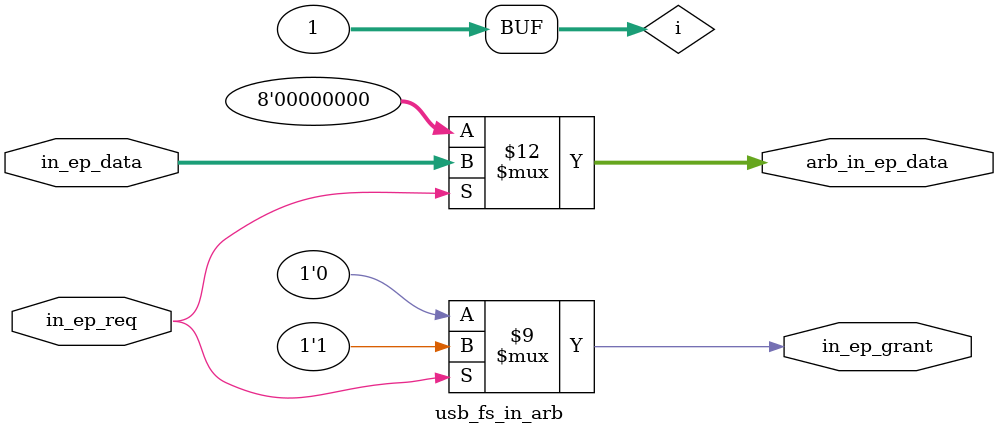
<source format=v>
module usb_fs_in_arb #(
  parameter NUM_IN_EPS = 1
) (
  ////////////////////
  // endpoint interface
  ////////////////////
  input [NUM_IN_EPS-1:0] in_ep_req,
  output reg [NUM_IN_EPS-1:0] in_ep_grant,
  input [(NUM_IN_EPS*8)-1:0] in_ep_data,


  ////////////////////
  // protocol engine interface
  ////////////////////
  output reg [7:0] arb_in_ep_data
);
  integer i;
  reg grant;

  always @* begin
    grant = 0;

    arb_in_ep_data <= 0;

    for (i = 0; i < NUM_IN_EPS; i = i + 1) begin
      in_ep_grant[i] <= 0;

      if (in_ep_req[i] && !grant) begin
        in_ep_grant[i] <= 1;
        arb_in_ep_data <= in_ep_data[i * 8 +: 8];
        grant = 1;
      end
    end
  end
endmodule

</source>
